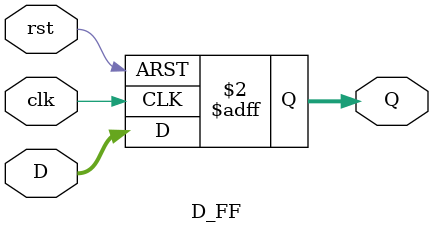
<source format=sv>
module D_FF(D,clk,rst,Q);
parameter size=4;
input [size-1:0]D;
input clk,rst;
output reg [size-1:0]Q;
always @(posedge clk or posedge rst) begin
    if(rst)Q<=0;
    else Q<=D;
end
endmodule
</source>
